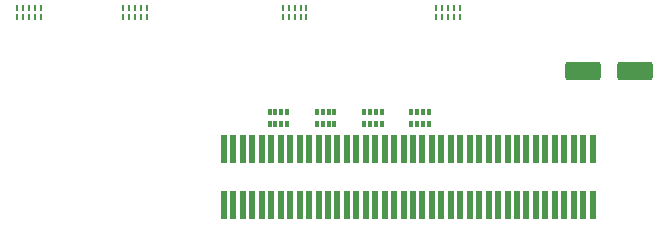
<source format=gbr>
G04 #@! TF.GenerationSoftware,KiCad,Pcbnew,6.0.7-1.fc35*
G04 #@! TF.CreationDate,2022-09-05T19:08:22-05:00*
G04 #@! TF.ProjectId,rpi-adapter,7270692d-6164-4617-9074-65722e6b6963,rev?*
G04 #@! TF.SameCoordinates,Original*
G04 #@! TF.FileFunction,Paste,Bot*
G04 #@! TF.FilePolarity,Positive*
%FSLAX46Y46*%
G04 Gerber Fmt 4.6, Leading zero omitted, Abs format (unit mm)*
G04 Created by KiCad (PCBNEW 6.0.7-1.fc35) date 2022-09-05 19:08:22*
%MOMM*%
%LPD*%
G01*
G04 APERTURE LIST*
G04 Aperture macros list*
%AMRoundRect*
0 Rectangle with rounded corners*
0 $1 Rounding radius*
0 $2 $3 $4 $5 $6 $7 $8 $9 X,Y pos of 4 corners*
0 Add a 4 corners polygon primitive as box body*
4,1,4,$2,$3,$4,$5,$6,$7,$8,$9,$2,$3,0*
0 Add four circle primitives for the rounded corners*
1,1,$1+$1,$2,$3*
1,1,$1+$1,$4,$5*
1,1,$1+$1,$6,$7*
1,1,$1+$1,$8,$9*
0 Add four rect primitives between the rounded corners*
20,1,$1+$1,$2,$3,$4,$5,0*
20,1,$1+$1,$4,$5,$6,$7,0*
20,1,$1+$1,$6,$7,$8,$9,0*
20,1,$1+$1,$8,$9,$2,$3,0*%
G04 Aperture macros list end*
%ADD10R,0.200000X0.475000*%
%ADD11R,0.400000X0.500000*%
%ADD12R,0.300000X0.500000*%
%ADD13R,0.500000X2.400000*%
%ADD14RoundRect,0.250000X1.250000X0.550000X-1.250000X0.550000X-1.250000X-0.550000X1.250000X-0.550000X0*%
G04 APERTURE END LIST*
D10*
G04 #@! TO.C,D3*
X98380000Y-79927500D03*
X98380000Y-79152500D03*
X99380000Y-79152500D03*
X98880000Y-79927500D03*
X98880000Y-79152500D03*
X99880000Y-79152500D03*
X99880000Y-79927500D03*
X99380000Y-79927500D03*
X100380000Y-79927500D03*
X100380000Y-79152500D03*
G04 #@! TD*
D11*
G04 #@! TO.C,RN3*
X114750000Y-88000000D03*
D12*
X115250000Y-88000000D03*
X115750000Y-88000000D03*
D11*
X116250000Y-88000000D03*
X116250000Y-89000000D03*
D12*
X115750000Y-89000000D03*
X115250000Y-89000000D03*
D11*
X114750000Y-89000000D03*
G04 #@! TD*
D10*
G04 #@! TO.C,D2*
X111880000Y-79927500D03*
X111880000Y-79152500D03*
X112880000Y-79152500D03*
X112380000Y-79152500D03*
X112380000Y-79927500D03*
X113380000Y-79927500D03*
X113380000Y-79152500D03*
X112880000Y-79927500D03*
X113880000Y-79152500D03*
X113880000Y-79927500D03*
G04 #@! TD*
D11*
G04 #@! TO.C,RN4*
X110750000Y-88000000D03*
D12*
X111250000Y-88000000D03*
X111750000Y-88000000D03*
D11*
X112250000Y-88000000D03*
X112250000Y-89000000D03*
D12*
X111750000Y-89000000D03*
X111250000Y-89000000D03*
D11*
X110750000Y-89000000D03*
G04 #@! TD*
D10*
G04 #@! TO.C,D1*
X124880000Y-79927500D03*
X124880000Y-79152500D03*
X125880000Y-79152500D03*
X125380000Y-79152500D03*
X125380000Y-79927500D03*
X126380000Y-79927500D03*
X126380000Y-79152500D03*
X125880000Y-79927500D03*
X126880000Y-79152500D03*
X126880000Y-79927500D03*
G04 #@! TD*
G04 #@! TO.C,D4*
X89380000Y-79152500D03*
X89380000Y-79927500D03*
X90380000Y-79152500D03*
X89880000Y-79927500D03*
X89880000Y-79152500D03*
X90880000Y-79927500D03*
X90880000Y-79152500D03*
X90380000Y-79927500D03*
X91380000Y-79152500D03*
X91380000Y-79927500D03*
G04 #@! TD*
D13*
G04 #@! TO.C,J5*
X138100000Y-95900000D03*
X138100000Y-91100000D03*
X137300000Y-95900000D03*
X137300000Y-91100000D03*
X136500000Y-95900000D03*
X136500000Y-91100000D03*
X135700000Y-95900000D03*
X135700000Y-91100000D03*
X134900000Y-95900000D03*
X134900000Y-91100000D03*
X134100000Y-95900000D03*
X134100000Y-91100000D03*
X133300000Y-95900000D03*
X133300000Y-91100000D03*
X132500000Y-95900000D03*
X132500000Y-91100000D03*
X131700000Y-95900000D03*
X131700000Y-91100000D03*
X130900000Y-95900000D03*
X130900000Y-91100000D03*
X130100000Y-95900000D03*
X130100000Y-91100000D03*
X129300000Y-95900000D03*
X129300000Y-91100000D03*
X128500000Y-95900000D03*
X128500000Y-91100000D03*
X127700000Y-95900000D03*
X127700000Y-91100000D03*
X126900000Y-95900000D03*
X126900000Y-91100000D03*
X126100000Y-95900000D03*
X126100000Y-91100000D03*
X125300000Y-95900000D03*
X125300000Y-91100000D03*
X124500000Y-95900000D03*
X124500000Y-91100000D03*
X123700000Y-95900000D03*
X123700000Y-91100000D03*
X122900000Y-95900000D03*
X122900000Y-91100000D03*
X122100000Y-95900000D03*
X122100000Y-91100000D03*
X121300000Y-95900000D03*
X121300000Y-91100000D03*
X120500000Y-95900000D03*
X120500000Y-91100000D03*
X119700000Y-95900000D03*
X119700000Y-91100000D03*
X118900000Y-95900000D03*
X118900000Y-91100000D03*
X118100000Y-95900000D03*
X118100000Y-91100000D03*
X117300000Y-95900000D03*
X117300000Y-91100000D03*
X116500000Y-95900000D03*
X116500000Y-91100000D03*
X115700000Y-95900000D03*
X115700000Y-91100000D03*
X114900000Y-95900000D03*
X114900000Y-91100000D03*
X114100000Y-95900000D03*
X114100000Y-91100000D03*
X113300000Y-95900000D03*
X113300000Y-91100000D03*
X112500000Y-95900000D03*
X112500000Y-91100000D03*
X111700000Y-95900000D03*
X111700000Y-91100000D03*
X110900000Y-95900000D03*
X110900000Y-91100000D03*
X110100000Y-95900000D03*
X110100000Y-91100000D03*
X109300000Y-95900000D03*
X109300000Y-91100000D03*
X108500000Y-95900000D03*
X108500000Y-91100000D03*
X107700000Y-95900000D03*
X107700000Y-91100000D03*
X106900000Y-95900000D03*
X106900000Y-91100000D03*
G04 #@! TD*
D14*
G04 #@! TO.C,C5*
X141700000Y-84500000D03*
X137300000Y-84500000D03*
G04 #@! TD*
D11*
G04 #@! TO.C,RN1*
X122750000Y-88000000D03*
D12*
X123250000Y-88000000D03*
X123750000Y-88000000D03*
D11*
X124250000Y-88000000D03*
X124250000Y-89000000D03*
D12*
X123750000Y-89000000D03*
X123250000Y-89000000D03*
D11*
X122750000Y-89000000D03*
G04 #@! TD*
G04 #@! TO.C,RN2*
X118750000Y-88000000D03*
D12*
X119250000Y-88000000D03*
X119750000Y-88000000D03*
D11*
X120250000Y-88000000D03*
X120250000Y-89000000D03*
D12*
X119750000Y-89000000D03*
X119250000Y-89000000D03*
D11*
X118750000Y-89000000D03*
G04 #@! TD*
M02*

</source>
